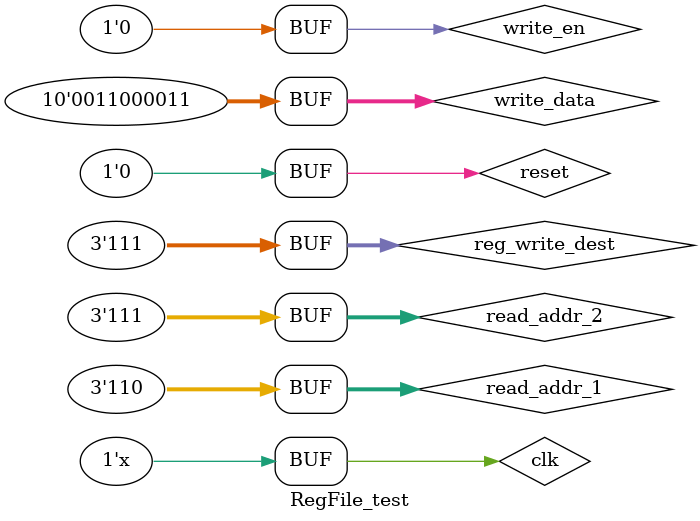
<source format=v>
`timescale 1ns / 1ps


module RegFile_test();
    reg clk, reset, write_en;
    reg [2:0] reg_write_dest, read_addr_1, read_addr_2;
    reg [9:0] write_data;
    wire [9:0] read_data_1, read_data_2;
    
    RegFile RegFile_test(.clk(clk), .reset(reset), .write_en(write_en), .reg_write_dest(reg_write_dest), .write_data(write_data),
                            .read_addr_1(read_addr_1), .read_addr_2(read_addr_2), .read_data_1(read_data_1), .read_data_2(read_data_2));
    
    initial begin
        clk = 1;
        reset = 1;
        write_en = 0;
        
        #100
        reset = 0;
        write_en = 1;
        reg_write_dest = 3'b000;
        write_data = 10'b0010100101;
        read_addr_1 = 3'b000;
        read_addr_2 = 3'b000;
        
        #100
        write_en = 1;
        reg_write_dest = 3'b001;
        write_data = 10'b0011000011;
        read_addr_1 = 3'b111;
        read_addr_2 = 3'b001;
        
        #100
        write_en = 1;
        reg_write_dest = 3'b010;
        write_data = 10'b1111000011;
        read_addr_1 = 3'b110;
        read_addr_2 = 3'b010;
        
        #100
        write_en = 1;
        reg_write_dest = 3'b011;
        write_data = 10'b0000000011;
        read_addr_1 = 3'b011;
        read_addr_2 = 3'b100;
        
        #100
        write_en = 1;
        reg_write_dest = 3'b100;
        write_data = 10'b0011000011;
        read_addr_1 = 3'b100;
        read_addr_2 = 3'b011;
        
        #100
        write_en = 1;
        reg_write_dest = 3'b101;
        write_data = 10'b0011000011;
        read_addr_1 = 3'b011;
        read_addr_2 = 3'b101;
        
        #100
        write_en = 1;
        reg_write_dest = 3'b110;
        write_data = 10'b0011000011;
        read_addr_1 = 3'b110;
        read_addr_2 = 3'b110;
        
        #100
        write_en = 1;
        reg_write_dest = 3'b111;
        write_data = 10'b0011000011;
        read_addr_1 = 3'b110;
        read_addr_2 = 3'b111;
                                
        #100
        write_en = 0;
        reset = 0;  
    end
    
    always begin
        #50 clk =~clk;
    end
endmodule

</source>
